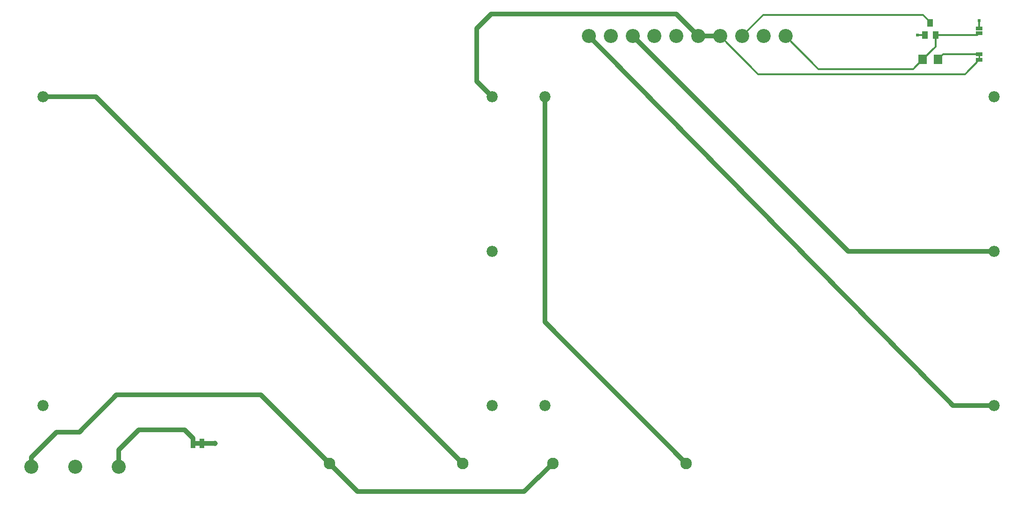
<source format=gbr>
G04 EAGLE Gerber RS-274X export*
G75*
%MOMM*%
%FSLAX34Y34*%
%LPD*%
%INTop Copper*%
%IPPOS*%
%AMOC8*
5,1,8,0,0,1.08239X$1,22.5*%
G01*
G04 Define Apertures*
%ADD10C,2.019300*%
%ADD11R,1.000000X1.400000*%
%ADD12C,2.095500*%
%ADD13C,2.552700*%
%ADD14C,0.812800*%
%ADD15R,0.812800X1.676400*%
%ADD16C,0.254000*%
%ADD17R,1.270000X0.635000*%
%ADD18R,1.600000X1.800000*%
%ADD19C,0.304800*%
%ADD20C,0.604000*%
%ADD21C,0.975000*%
D10*
X50640Y730202D03*
X50640Y170640D03*
X864202Y730202D03*
X864202Y450040D03*
X864202Y170640D03*
X960640Y730202D03*
X960640Y170640D03*
X1774202Y730202D03*
X1774202Y450040D03*
X1774202Y170640D03*
D11*
X1658250Y863650D03*
X1667750Y841650D03*
X1648750Y841650D03*
D12*
X569728Y65556D03*
X811028Y65556D03*
X974626Y65758D03*
X1215926Y65758D03*
D13*
X30000Y60000D03*
X109200Y60000D03*
X1396400Y840000D03*
X1277600Y840000D03*
X1356800Y840000D03*
X1119200Y840000D03*
X1079600Y840000D03*
X1040000Y840000D03*
X188400Y60000D03*
D14*
X327596Y102116D02*
X334200Y102116D01*
D15*
X322770Y102370D03*
X339026Y102370D03*
D13*
X1317200Y840000D03*
D16*
X1746868Y806876D02*
X1746868Y796716D01*
D17*
X1746868Y806876D03*
X1746868Y796716D03*
D18*
X1644420Y797756D03*
X1672420Y797756D03*
D13*
X1198400Y840000D03*
X1158800Y840000D03*
X1238000Y840000D03*
D17*
X1746758Y853440D03*
X1746758Y845312D03*
D14*
X620806Y14478D02*
X569728Y65556D01*
X620806Y14478D02*
X921880Y14478D01*
X974626Y65758D01*
X445292Y189992D02*
X184172Y189992D01*
X445292Y189992D02*
X569728Y65556D01*
X30000Y60000D02*
X30000Y76792D01*
X75828Y122620D01*
X116800Y122620D01*
X184172Y189992D01*
D19*
X1746758Y853440D02*
X1746758Y867664D01*
X1746504Y867918D01*
D20*
X1746504Y867918D03*
D19*
X1648750Y841650D02*
X1635612Y841650D01*
X1635252Y842010D01*
D20*
X1635252Y842010D03*
D21*
X362712Y102362D03*
D14*
X343860Y102362D01*
X343852Y102370D01*
D19*
X339026Y102370D01*
D14*
X1515618Y450040D02*
X1774202Y450040D01*
X1509960Y450040D02*
X1509776Y450040D01*
X1509960Y450040D02*
X1515618Y450040D01*
X1509776Y450040D02*
X1119816Y840000D01*
X1119200Y840000D01*
X1699360Y170640D02*
X1774202Y170640D01*
X1699360Y170640D02*
X1040000Y840000D01*
X307284Y126492D02*
X224536Y126492D01*
X188214Y90170D01*
X188214Y60186D01*
X188400Y60000D01*
X307284Y126492D02*
X322803Y110973D01*
D19*
X322770Y110940D02*
X322770Y102370D01*
X322770Y110940D02*
X322803Y110973D01*
X1355786Y878586D02*
X1645534Y878586D01*
X1658250Y865870D02*
X1658250Y863650D01*
X1658250Y865870D02*
X1645534Y878586D01*
X1355786Y878586D02*
X1317200Y840000D01*
X1455858Y780542D02*
X1627206Y780542D01*
X1644420Y797756D01*
X1667750Y821086D02*
X1667750Y841650D01*
X1667750Y821086D02*
X1644420Y797756D01*
X1667750Y841650D02*
X1743096Y841650D01*
X1746758Y845312D01*
X1455858Y780542D02*
X1396400Y840000D01*
X1346456Y771144D02*
X1721296Y771144D01*
X1746868Y796716D01*
D14*
X1238000Y840000D02*
X1238000Y840236D01*
D19*
X1277600Y840000D02*
X1346456Y771144D01*
D14*
X1238000Y840236D02*
X1198198Y880038D01*
X1238000Y840000D02*
X1277600Y840000D01*
X864202Y730202D02*
X836296Y758108D01*
X836296Y853517D01*
X862817Y880038D02*
X1198198Y880038D01*
X862817Y880038D02*
X836296Y853517D01*
D19*
X1681540Y806876D02*
X1746868Y806876D01*
X1681540Y806876D02*
X1672420Y797756D01*
D14*
X811028Y65556D02*
X146382Y730202D01*
X50640Y730202D01*
X960640Y730202D02*
X960640Y322161D01*
X1215926Y65758D01*
M02*

</source>
